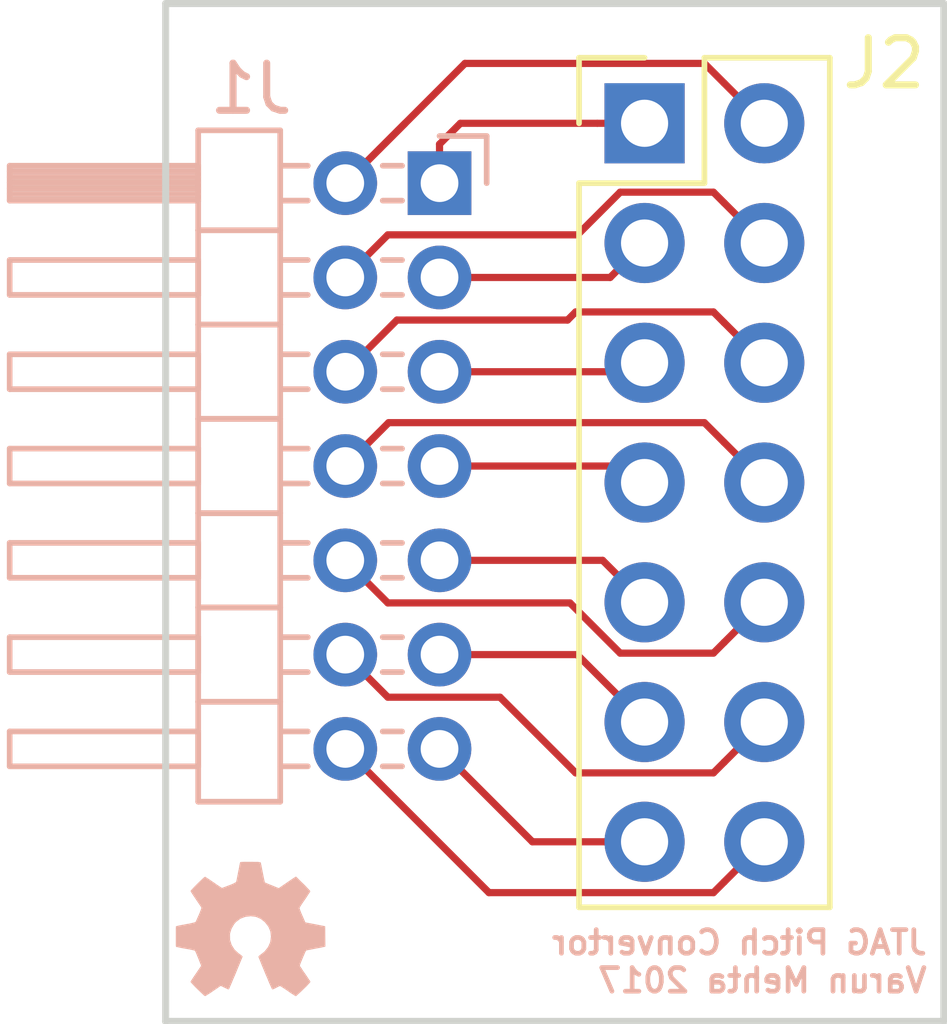
<source format=kicad_pcb>
(kicad_pcb (version 4) (host pcbnew 4.0.6)

  (general
    (links 0)
    (no_connects 0)
    (area 139.624999 102.794999 156.285001 124.535001)
    (thickness 1.6)
    (drawings 5)
    (tracks 53)
    (zones 0)
    (modules 3)
    (nets 15)
  )

  (page A)
  (layers
    (0 F.Cu signal)
    (31 B.Cu signal)
    (33 F.Adhes user)
    (35 F.Paste user)
    (36 B.SilkS user)
    (37 F.SilkS user)
    (38 B.Mask user)
    (39 F.Mask user)
    (44 Edge.Cuts user)
    (45 Margin user hide)
    (46 B.CrtYd user hide)
    (47 F.CrtYd user hide)
    (48 B.Fab user hide)
    (49 F.Fab user hide)
  )

  (setup
    (last_trace_width 0.1524)
    (trace_clearance 0.1524)
    (zone_clearance 0.508)
    (zone_45_only no)
    (trace_min 0.1524)
    (segment_width 0.2)
    (edge_width 0.15)
    (via_size 0.6858)
    (via_drill 0.3302)
    (via_min_size 0.6858)
    (via_min_drill 0.3302)
    (uvia_size 0.3)
    (uvia_drill 0.1)
    (uvias_allowed no)
    (uvia_min_size 0.2)
    (uvia_min_drill 0.1)
    (pcb_text_width 0.3)
    (pcb_text_size 1.5 1.5)
    (mod_edge_width 0.15)
    (mod_text_size 1 1)
    (mod_text_width 0.15)
    (pad_size 1.524 1.524)
    (pad_drill 0.762)
    (pad_to_mask_clearance 0.2)
    (aux_axis_origin 0 0)
    (visible_elements FFFFFF7F)
    (pcbplotparams
      (layerselection 0x00030_80000001)
      (usegerberextensions false)
      (excludeedgelayer true)
      (linewidth 0.100000)
      (plotframeref false)
      (viasonmask false)
      (mode 1)
      (useauxorigin false)
      (hpglpennumber 1)
      (hpglpenspeed 20)
      (hpglpendiameter 15)
      (hpglpenoverlay 2)
      (psnegative false)
      (psa4output false)
      (plotreference true)
      (plotvalue true)
      (plotinvisibletext false)
      (padsonsilk false)
      (subtractmaskfromsilk false)
      (outputformat 1)
      (mirror false)
      (drillshape 1)
      (scaleselection 1)
      (outputdirectory ""))
  )

  (net 0 "")
  (net 1 /j1)
  (net 2 /j2)
  (net 3 /j3)
  (net 4 /j4)
  (net 5 /j5)
  (net 6 /j6)
  (net 7 /j7)
  (net 8 /j8)
  (net 9 /j9)
  (net 10 /j10)
  (net 11 /j11)
  (net 12 /j12)
  (net 13 /j13)
  (net 14 /j14)

  (net_class Default "This is the default net class."
    (clearance 0.1524)
    (trace_width 0.1524)
    (via_dia 0.6858)
    (via_drill 0.3302)
    (uvia_dia 0.3)
    (uvia_drill 0.1)
    (add_net /j1)
    (add_net /j10)
    (add_net /j11)
    (add_net /j12)
    (add_net /j13)
    (add_net /j14)
    (add_net /j2)
    (add_net /j3)
    (add_net /j4)
    (add_net /j5)
    (add_net /j6)
    (add_net /j7)
    (add_net /j8)
    (add_net /j9)
  )

  (module Pin_Headers:Pin_Header_Angled_2x07_Pitch2.00mm (layer B.Cu) (tedit 5862ED57) (tstamp 599C43DC)
    (at 145.51 106.68 180)
    (descr "Through hole angled pin header, 2x07, 2.00mm pitch, 4mm pin length, double rows")
    (tags "Through hole angled pin header THT 2x07 2.00mm double row")
    (path /599C3E21)
    (fp_text reference J1 (at 4 2 180) (layer B.SilkS)
      (effects (font (size 1 1) (thickness 0.15)) (justify mirror))
    )
    (fp_text value CONN_02X07 (at 4 -14 180) (layer B.Fab)
      (effects (font (size 1 1) (thickness 0.15)) (justify mirror))
    )
    (fp_line (start 3.5 1) (end 3.5 -1) (layer B.Fab) (width 0.1))
    (fp_line (start 3.5 -1) (end 5 -1) (layer B.Fab) (width 0.1))
    (fp_line (start 5 -1) (end 5 1) (layer B.Fab) (width 0.1))
    (fp_line (start 5 1) (end 3.5 1) (layer B.Fab) (width 0.1))
    (fp_line (start 0 0.25) (end 0 -0.25) (layer B.Fab) (width 0.1))
    (fp_line (start 0 -0.25) (end 9 -0.25) (layer B.Fab) (width 0.1))
    (fp_line (start 9 -0.25) (end 9 0.25) (layer B.Fab) (width 0.1))
    (fp_line (start 9 0.25) (end 0 0.25) (layer B.Fab) (width 0.1))
    (fp_line (start 3.5 -1) (end 3.5 -3) (layer B.Fab) (width 0.1))
    (fp_line (start 3.5 -3) (end 5 -3) (layer B.Fab) (width 0.1))
    (fp_line (start 5 -3) (end 5 -1) (layer B.Fab) (width 0.1))
    (fp_line (start 5 -1) (end 3.5 -1) (layer B.Fab) (width 0.1))
    (fp_line (start 0 -1.75) (end 0 -2.25) (layer B.Fab) (width 0.1))
    (fp_line (start 0 -2.25) (end 9 -2.25) (layer B.Fab) (width 0.1))
    (fp_line (start 9 -2.25) (end 9 -1.75) (layer B.Fab) (width 0.1))
    (fp_line (start 9 -1.75) (end 0 -1.75) (layer B.Fab) (width 0.1))
    (fp_line (start 3.5 -3) (end 3.5 -5) (layer B.Fab) (width 0.1))
    (fp_line (start 3.5 -5) (end 5 -5) (layer B.Fab) (width 0.1))
    (fp_line (start 5 -5) (end 5 -3) (layer B.Fab) (width 0.1))
    (fp_line (start 5 -3) (end 3.5 -3) (layer B.Fab) (width 0.1))
    (fp_line (start 0 -3.75) (end 0 -4.25) (layer B.Fab) (width 0.1))
    (fp_line (start 0 -4.25) (end 9 -4.25) (layer B.Fab) (width 0.1))
    (fp_line (start 9 -4.25) (end 9 -3.75) (layer B.Fab) (width 0.1))
    (fp_line (start 9 -3.75) (end 0 -3.75) (layer B.Fab) (width 0.1))
    (fp_line (start 3.5 -5) (end 3.5 -7) (layer B.Fab) (width 0.1))
    (fp_line (start 3.5 -7) (end 5 -7) (layer B.Fab) (width 0.1))
    (fp_line (start 5 -7) (end 5 -5) (layer B.Fab) (width 0.1))
    (fp_line (start 5 -5) (end 3.5 -5) (layer B.Fab) (width 0.1))
    (fp_line (start 0 -5.75) (end 0 -6.25) (layer B.Fab) (width 0.1))
    (fp_line (start 0 -6.25) (end 9 -6.25) (layer B.Fab) (width 0.1))
    (fp_line (start 9 -6.25) (end 9 -5.75) (layer B.Fab) (width 0.1))
    (fp_line (start 9 -5.75) (end 0 -5.75) (layer B.Fab) (width 0.1))
    (fp_line (start 3.5 -7) (end 3.5 -9) (layer B.Fab) (width 0.1))
    (fp_line (start 3.5 -9) (end 5 -9) (layer B.Fab) (width 0.1))
    (fp_line (start 5 -9) (end 5 -7) (layer B.Fab) (width 0.1))
    (fp_line (start 5 -7) (end 3.5 -7) (layer B.Fab) (width 0.1))
    (fp_line (start 0 -7.75) (end 0 -8.25) (layer B.Fab) (width 0.1))
    (fp_line (start 0 -8.25) (end 9 -8.25) (layer B.Fab) (width 0.1))
    (fp_line (start 9 -8.25) (end 9 -7.75) (layer B.Fab) (width 0.1))
    (fp_line (start 9 -7.75) (end 0 -7.75) (layer B.Fab) (width 0.1))
    (fp_line (start 3.5 -9) (end 3.5 -11) (layer B.Fab) (width 0.1))
    (fp_line (start 3.5 -11) (end 5 -11) (layer B.Fab) (width 0.1))
    (fp_line (start 5 -11) (end 5 -9) (layer B.Fab) (width 0.1))
    (fp_line (start 5 -9) (end 3.5 -9) (layer B.Fab) (width 0.1))
    (fp_line (start 0 -9.75) (end 0 -10.25) (layer B.Fab) (width 0.1))
    (fp_line (start 0 -10.25) (end 9 -10.25) (layer B.Fab) (width 0.1))
    (fp_line (start 9 -10.25) (end 9 -9.75) (layer B.Fab) (width 0.1))
    (fp_line (start 9 -9.75) (end 0 -9.75) (layer B.Fab) (width 0.1))
    (fp_line (start 3.5 -11) (end 3.5 -13) (layer B.Fab) (width 0.1))
    (fp_line (start 3.5 -13) (end 5 -13) (layer B.Fab) (width 0.1))
    (fp_line (start 5 -13) (end 5 -11) (layer B.Fab) (width 0.1))
    (fp_line (start 5 -11) (end 3.5 -11) (layer B.Fab) (width 0.1))
    (fp_line (start 0 -11.75) (end 0 -12.25) (layer B.Fab) (width 0.1))
    (fp_line (start 0 -12.25) (end 9 -12.25) (layer B.Fab) (width 0.1))
    (fp_line (start 9 -12.25) (end 9 -11.75) (layer B.Fab) (width 0.1))
    (fp_line (start 9 -11.75) (end 0 -11.75) (layer B.Fab) (width 0.1))
    (fp_line (start 3.38 1.12) (end 3.38 -1) (layer B.SilkS) (width 0.12))
    (fp_line (start 3.38 -1) (end 5.12 -1) (layer B.SilkS) (width 0.12))
    (fp_line (start 5.12 -1) (end 5.12 1.12) (layer B.SilkS) (width 0.12))
    (fp_line (start 5.12 1.12) (end 3.38 1.12) (layer B.SilkS) (width 0.12))
    (fp_line (start 5.12 0.37) (end 5.12 -0.37) (layer B.SilkS) (width 0.12))
    (fp_line (start 5.12 -0.37) (end 9.12 -0.37) (layer B.SilkS) (width 0.12))
    (fp_line (start 9.12 -0.37) (end 9.12 0.37) (layer B.SilkS) (width 0.12))
    (fp_line (start 9.12 0.37) (end 5.12 0.37) (layer B.SilkS) (width 0.12))
    (fp_line (start 2.795 0.37) (end 3.38 0.37) (layer B.SilkS) (width 0.12))
    (fp_line (start 2.795 -0.37) (end 3.38 -0.37) (layer B.SilkS) (width 0.12))
    (fp_line (start 0.795 0.37) (end 1.205 0.37) (layer B.SilkS) (width 0.12))
    (fp_line (start 0.795 -0.37) (end 1.205 -0.37) (layer B.SilkS) (width 0.12))
    (fp_line (start 5.12 0.25) (end 9.12 0.25) (layer B.SilkS) (width 0.12))
    (fp_line (start 5.12 0.13) (end 9.12 0.13) (layer B.SilkS) (width 0.12))
    (fp_line (start 5.12 0.01) (end 9.12 0.01) (layer B.SilkS) (width 0.12))
    (fp_line (start 5.12 -0.11) (end 9.12 -0.11) (layer B.SilkS) (width 0.12))
    (fp_line (start 5.12 -0.23) (end 9.12 -0.23) (layer B.SilkS) (width 0.12))
    (fp_line (start 5.12 -0.35) (end 9.12 -0.35) (layer B.SilkS) (width 0.12))
    (fp_line (start 3.38 -1) (end 3.38 -3) (layer B.SilkS) (width 0.12))
    (fp_line (start 3.38 -3) (end 5.12 -3) (layer B.SilkS) (width 0.12))
    (fp_line (start 5.12 -3) (end 5.12 -1) (layer B.SilkS) (width 0.12))
    (fp_line (start 5.12 -1) (end 3.38 -1) (layer B.SilkS) (width 0.12))
    (fp_line (start 5.12 -1.63) (end 5.12 -2.37) (layer B.SilkS) (width 0.12))
    (fp_line (start 5.12 -2.37) (end 9.12 -2.37) (layer B.SilkS) (width 0.12))
    (fp_line (start 9.12 -2.37) (end 9.12 -1.63) (layer B.SilkS) (width 0.12))
    (fp_line (start 9.12 -1.63) (end 5.12 -1.63) (layer B.SilkS) (width 0.12))
    (fp_line (start 2.795 -1.63) (end 3.38 -1.63) (layer B.SilkS) (width 0.12))
    (fp_line (start 2.795 -2.37) (end 3.38 -2.37) (layer B.SilkS) (width 0.12))
    (fp_line (start 0.795 -1.63) (end 1.205 -1.63) (layer B.SilkS) (width 0.12))
    (fp_line (start 0.795 -2.37) (end 1.205 -2.37) (layer B.SilkS) (width 0.12))
    (fp_line (start 3.38 -3) (end 3.38 -5) (layer B.SilkS) (width 0.12))
    (fp_line (start 3.38 -5) (end 5.12 -5) (layer B.SilkS) (width 0.12))
    (fp_line (start 5.12 -5) (end 5.12 -3) (layer B.SilkS) (width 0.12))
    (fp_line (start 5.12 -3) (end 3.38 -3) (layer B.SilkS) (width 0.12))
    (fp_line (start 5.12 -3.63) (end 5.12 -4.37) (layer B.SilkS) (width 0.12))
    (fp_line (start 5.12 -4.37) (end 9.12 -4.37) (layer B.SilkS) (width 0.12))
    (fp_line (start 9.12 -4.37) (end 9.12 -3.63) (layer B.SilkS) (width 0.12))
    (fp_line (start 9.12 -3.63) (end 5.12 -3.63) (layer B.SilkS) (width 0.12))
    (fp_line (start 2.795 -3.63) (end 3.38 -3.63) (layer B.SilkS) (width 0.12))
    (fp_line (start 2.795 -4.37) (end 3.38 -4.37) (layer B.SilkS) (width 0.12))
    (fp_line (start 0.795 -3.63) (end 1.205 -3.63) (layer B.SilkS) (width 0.12))
    (fp_line (start 0.795 -4.37) (end 1.205 -4.37) (layer B.SilkS) (width 0.12))
    (fp_line (start 3.38 -5) (end 3.38 -7) (layer B.SilkS) (width 0.12))
    (fp_line (start 3.38 -7) (end 5.12 -7) (layer B.SilkS) (width 0.12))
    (fp_line (start 5.12 -7) (end 5.12 -5) (layer B.SilkS) (width 0.12))
    (fp_line (start 5.12 -5) (end 3.38 -5) (layer B.SilkS) (width 0.12))
    (fp_line (start 5.12 -5.63) (end 5.12 -6.37) (layer B.SilkS) (width 0.12))
    (fp_line (start 5.12 -6.37) (end 9.12 -6.37) (layer B.SilkS) (width 0.12))
    (fp_line (start 9.12 -6.37) (end 9.12 -5.63) (layer B.SilkS) (width 0.12))
    (fp_line (start 9.12 -5.63) (end 5.12 -5.63) (layer B.SilkS) (width 0.12))
    (fp_line (start 2.795 -5.63) (end 3.38 -5.63) (layer B.SilkS) (width 0.12))
    (fp_line (start 2.795 -6.37) (end 3.38 -6.37) (layer B.SilkS) (width 0.12))
    (fp_line (start 0.795 -5.63) (end 1.205 -5.63) (layer B.SilkS) (width 0.12))
    (fp_line (start 0.795 -6.37) (end 1.205 -6.37) (layer B.SilkS) (width 0.12))
    (fp_line (start 3.38 -7) (end 3.38 -9) (layer B.SilkS) (width 0.12))
    (fp_line (start 3.38 -9) (end 5.12 -9) (layer B.SilkS) (width 0.12))
    (fp_line (start 5.12 -9) (end 5.12 -7) (layer B.SilkS) (width 0.12))
    (fp_line (start 5.12 -7) (end 3.38 -7) (layer B.SilkS) (width 0.12))
    (fp_line (start 5.12 -7.63) (end 5.12 -8.37) (layer B.SilkS) (width 0.12))
    (fp_line (start 5.12 -8.37) (end 9.12 -8.37) (layer B.SilkS) (width 0.12))
    (fp_line (start 9.12 -8.37) (end 9.12 -7.63) (layer B.SilkS) (width 0.12))
    (fp_line (start 9.12 -7.63) (end 5.12 -7.63) (layer B.SilkS) (width 0.12))
    (fp_line (start 2.795 -7.63) (end 3.38 -7.63) (layer B.SilkS) (width 0.12))
    (fp_line (start 2.795 -8.37) (end 3.38 -8.37) (layer B.SilkS) (width 0.12))
    (fp_line (start 0.795 -7.63) (end 1.205 -7.63) (layer B.SilkS) (width 0.12))
    (fp_line (start 0.795 -8.37) (end 1.205 -8.37) (layer B.SilkS) (width 0.12))
    (fp_line (start 3.38 -9) (end 3.38 -11) (layer B.SilkS) (width 0.12))
    (fp_line (start 3.38 -11) (end 5.12 -11) (layer B.SilkS) (width 0.12))
    (fp_line (start 5.12 -11) (end 5.12 -9) (layer B.SilkS) (width 0.12))
    (fp_line (start 5.12 -9) (end 3.38 -9) (layer B.SilkS) (width 0.12))
    (fp_line (start 5.12 -9.63) (end 5.12 -10.37) (layer B.SilkS) (width 0.12))
    (fp_line (start 5.12 -10.37) (end 9.12 -10.37) (layer B.SilkS) (width 0.12))
    (fp_line (start 9.12 -10.37) (end 9.12 -9.63) (layer B.SilkS) (width 0.12))
    (fp_line (start 9.12 -9.63) (end 5.12 -9.63) (layer B.SilkS) (width 0.12))
    (fp_line (start 2.795 -9.63) (end 3.38 -9.63) (layer B.SilkS) (width 0.12))
    (fp_line (start 2.795 -10.37) (end 3.38 -10.37) (layer B.SilkS) (width 0.12))
    (fp_line (start 0.795 -9.63) (end 1.205 -9.63) (layer B.SilkS) (width 0.12))
    (fp_line (start 0.795 -10.37) (end 1.205 -10.37) (layer B.SilkS) (width 0.12))
    (fp_line (start 3.38 -11) (end 3.38 -13.12) (layer B.SilkS) (width 0.12))
    (fp_line (start 3.38 -13.12) (end 5.12 -13.12) (layer B.SilkS) (width 0.12))
    (fp_line (start 5.12 -13.12) (end 5.12 -11) (layer B.SilkS) (width 0.12))
    (fp_line (start 5.12 -11) (end 3.38 -11) (layer B.SilkS) (width 0.12))
    (fp_line (start 5.12 -11.63) (end 5.12 -12.37) (layer B.SilkS) (width 0.12))
    (fp_line (start 5.12 -12.37) (end 9.12 -12.37) (layer B.SilkS) (width 0.12))
    (fp_line (start 9.12 -12.37) (end 9.12 -11.63) (layer B.SilkS) (width 0.12))
    (fp_line (start 9.12 -11.63) (end 5.12 -11.63) (layer B.SilkS) (width 0.12))
    (fp_line (start 2.795 -11.63) (end 3.38 -11.63) (layer B.SilkS) (width 0.12))
    (fp_line (start 2.795 -12.37) (end 3.38 -12.37) (layer B.SilkS) (width 0.12))
    (fp_line (start 0.795 -11.63) (end 1.205 -11.63) (layer B.SilkS) (width 0.12))
    (fp_line (start 0.795 -12.37) (end 1.205 -12.37) (layer B.SilkS) (width 0.12))
    (fp_line (start -1 0) (end -1 1) (layer B.SilkS) (width 0.12))
    (fp_line (start -1 1) (end 0 1) (layer B.SilkS) (width 0.12))
    (fp_line (start -1.3 1.3) (end -1.3 -13.3) (layer B.CrtYd) (width 0.05))
    (fp_line (start -1.3 -13.3) (end 9.3 -13.3) (layer B.CrtYd) (width 0.05))
    (fp_line (start 9.3 -13.3) (end 9.3 1.3) (layer B.CrtYd) (width 0.05))
    (fp_line (start 9.3 1.3) (end -1.3 1.3) (layer B.CrtYd) (width 0.05))
    (pad 1 thru_hole rect (at 0 0 180) (size 1.35 1.35) (drill 0.8) (layers *.Cu *.Mask)
      (net 1 /j1))
    (pad 2 thru_hole oval (at 2 0 180) (size 1.35 1.35) (drill 0.8) (layers *.Cu *.Mask)
      (net 2 /j2))
    (pad 3 thru_hole oval (at 0 -2 180) (size 1.35 1.35) (drill 0.8) (layers *.Cu *.Mask)
      (net 3 /j3))
    (pad 4 thru_hole oval (at 2 -2 180) (size 1.35 1.35) (drill 0.8) (layers *.Cu *.Mask)
      (net 4 /j4))
    (pad 5 thru_hole oval (at 0 -4 180) (size 1.35 1.35) (drill 0.8) (layers *.Cu *.Mask)
      (net 5 /j5))
    (pad 6 thru_hole oval (at 2 -4 180) (size 1.35 1.35) (drill 0.8) (layers *.Cu *.Mask)
      (net 6 /j6))
    (pad 7 thru_hole oval (at 0 -6 180) (size 1.35 1.35) (drill 0.8) (layers *.Cu *.Mask)
      (net 7 /j7))
    (pad 8 thru_hole oval (at 2 -6 180) (size 1.35 1.35) (drill 0.8) (layers *.Cu *.Mask)
      (net 8 /j8))
    (pad 9 thru_hole oval (at 0 -8 180) (size 1.35 1.35) (drill 0.8) (layers *.Cu *.Mask)
      (net 9 /j9))
    (pad 10 thru_hole oval (at 2 -8 180) (size 1.35 1.35) (drill 0.8) (layers *.Cu *.Mask)
      (net 10 /j10))
    (pad 11 thru_hole oval (at 0 -10 180) (size 1.35 1.35) (drill 0.8) (layers *.Cu *.Mask)
      (net 11 /j11))
    (pad 12 thru_hole oval (at 2 -10 180) (size 1.35 1.35) (drill 0.8) (layers *.Cu *.Mask)
      (net 12 /j12))
    (pad 13 thru_hole oval (at 0 -12 180) (size 1.35 1.35) (drill 0.8) (layers *.Cu *.Mask)
      (net 13 /j13))
    (pad 14 thru_hole oval (at 2 -12 180) (size 1.35 1.35) (drill 0.8) (layers *.Cu *.Mask)
      (net 14 /j14))
    (model Pin_Headers.3dshapes/Pin_Header_Angled_2x07_Pitch2.00mm.wrl
      (at (xyz 0.03937 -0.23622 0))
      (scale (xyz 1 1 1))
      (rotate (xyz 0 0 90))
    )
  )

  (module Pin_Headers:Pin_Header_Straight_2x07_Pitch2.54mm (layer F.Cu) (tedit 5862ED53) (tstamp 599C43EE)
    (at 149.86 105.41)
    (descr "Through hole straight pin header, 2x07, 2.54mm pitch, double rows")
    (tags "Through hole pin header THT 2x07 2.54mm double row")
    (path /599C3ED0)
    (fp_text reference J2 (at 5.08 -1.27) (layer F.SilkS)
      (effects (font (size 1 1) (thickness 0.15)))
    )
    (fp_text value CONN_02X07 (at 1.27 17.63) (layer F.Fab)
      (effects (font (size 1 1) (thickness 0.15)))
    )
    (fp_line (start -1.27 -1.27) (end -1.27 16.51) (layer F.Fab) (width 0.1))
    (fp_line (start -1.27 16.51) (end 3.81 16.51) (layer F.Fab) (width 0.1))
    (fp_line (start 3.81 16.51) (end 3.81 -1.27) (layer F.Fab) (width 0.1))
    (fp_line (start 3.81 -1.27) (end -1.27 -1.27) (layer F.Fab) (width 0.1))
    (fp_line (start -1.39 1.27) (end -1.39 16.63) (layer F.SilkS) (width 0.12))
    (fp_line (start -1.39 16.63) (end 3.93 16.63) (layer F.SilkS) (width 0.12))
    (fp_line (start 3.93 16.63) (end 3.93 -1.39) (layer F.SilkS) (width 0.12))
    (fp_line (start 3.93 -1.39) (end 1.27 -1.39) (layer F.SilkS) (width 0.12))
    (fp_line (start 1.27 -1.39) (end 1.27 1.27) (layer F.SilkS) (width 0.12))
    (fp_line (start 1.27 1.27) (end -1.39 1.27) (layer F.SilkS) (width 0.12))
    (fp_line (start -1.39 0) (end -1.39 -1.39) (layer F.SilkS) (width 0.12))
    (fp_line (start -1.39 -1.39) (end 0 -1.39) (layer F.SilkS) (width 0.12))
    (fp_line (start -1.6 -1.6) (end -1.6 16.8) (layer F.CrtYd) (width 0.05))
    (fp_line (start -1.6 16.8) (end 4.1 16.8) (layer F.CrtYd) (width 0.05))
    (fp_line (start 4.1 16.8) (end 4.1 -1.6) (layer F.CrtYd) (width 0.05))
    (fp_line (start 4.1 -1.6) (end -1.6 -1.6) (layer F.CrtYd) (width 0.05))
    (pad 1 thru_hole rect (at 0 0) (size 1.7 1.7) (drill 1) (layers *.Cu *.Mask)
      (net 1 /j1))
    (pad 2 thru_hole oval (at 2.54 0) (size 1.7 1.7) (drill 1) (layers *.Cu *.Mask)
      (net 2 /j2))
    (pad 3 thru_hole oval (at 0 2.54) (size 1.7 1.7) (drill 1) (layers *.Cu *.Mask)
      (net 3 /j3))
    (pad 4 thru_hole oval (at 2.54 2.54) (size 1.7 1.7) (drill 1) (layers *.Cu *.Mask)
      (net 4 /j4))
    (pad 5 thru_hole oval (at 0 5.08) (size 1.7 1.7) (drill 1) (layers *.Cu *.Mask)
      (net 5 /j5))
    (pad 6 thru_hole oval (at 2.54 5.08) (size 1.7 1.7) (drill 1) (layers *.Cu *.Mask)
      (net 6 /j6))
    (pad 7 thru_hole oval (at 0 7.62) (size 1.7 1.7) (drill 1) (layers *.Cu *.Mask)
      (net 7 /j7))
    (pad 8 thru_hole oval (at 2.54 7.62) (size 1.7 1.7) (drill 1) (layers *.Cu *.Mask)
      (net 8 /j8))
    (pad 9 thru_hole oval (at 0 10.16) (size 1.7 1.7) (drill 1) (layers *.Cu *.Mask)
      (net 9 /j9))
    (pad 10 thru_hole oval (at 2.54 10.16) (size 1.7 1.7) (drill 1) (layers *.Cu *.Mask)
      (net 10 /j10))
    (pad 11 thru_hole oval (at 0 12.7) (size 1.7 1.7) (drill 1) (layers *.Cu *.Mask)
      (net 11 /j11))
    (pad 12 thru_hole oval (at 2.54 12.7) (size 1.7 1.7) (drill 1) (layers *.Cu *.Mask)
      (net 12 /j12))
    (pad 13 thru_hole oval (at 0 15.24) (size 1.7 1.7) (drill 1) (layers *.Cu *.Mask)
      (net 13 /j13))
    (pad 14 thru_hole oval (at 2.54 15.24) (size 1.7 1.7) (drill 1) (layers *.Cu *.Mask)
      (net 14 /j14))
    (model Pin_Headers.3dshapes/Pin_Header_Straight_2x07_Pitch2.54mm.wrl
      (at (xyz 0.05 -0.3 0))
      (scale (xyz 1 1 1))
      (rotate (xyz 0 0 90))
    )
  )

  (module silkscreens:OSH_0.125in (layer B.Cu) (tedit 599C568F) (tstamp 599C56F4)
    (at 141.5 122.5 180)
    (fp_text reference G*** (at 0 -1.68402 180) (layer B.SilkS) hide
      (effects (font (size 0.14478 0.14478) (thickness 0.02794)) (justify mirror))
    )
    (fp_text value OSH_0.125in (at 0 1.68402 180) (layer B.SilkS) hide
      (effects (font (size 0.14478 0.14478) (thickness 0.02794)) (justify mirror))
    )
    (fp_poly (pts (xy -0.96266 -1.42494) (xy -0.94488 -1.41732) (xy -0.90678 -1.39192) (xy -0.85344 -1.3589)
      (xy -0.79248 -1.31572) (xy -0.72898 -1.27254) (xy -0.67818 -1.23952) (xy -0.64008 -1.21666)
      (xy -0.62484 -1.2065) (xy -0.61722 -1.21158) (xy -0.58674 -1.22428) (xy -0.54356 -1.24714)
      (xy -0.5207 -1.25984) (xy -0.48006 -1.27762) (xy -0.45974 -1.28016) (xy -0.4572 -1.27508)
      (xy -0.44196 -1.2446) (xy -0.4191 -1.1938) (xy -0.38862 -1.12522) (xy -0.3556 -1.04394)
      (xy -0.3175 -0.95758) (xy -0.28194 -0.86868) (xy -0.24638 -0.78486) (xy -0.2159 -0.70866)
      (xy -0.1905 -0.64516) (xy -0.17272 -0.60198) (xy -0.16764 -0.5842) (xy -0.17018 -0.58166)
      (xy -0.1905 -0.56134) (xy -0.22352 -0.53594) (xy -0.29972 -0.47498) (xy -0.37338 -0.381)
      (xy -0.4191 -0.27686) (xy -0.43434 -0.16002) (xy -0.42164 -0.0508) (xy -0.37846 0.0508)
      (xy -0.3048 0.14478) (xy -0.21844 0.21336) (xy -0.1143 0.25908) (xy 0 0.27178)
      (xy 0.10922 0.25908) (xy 0.2159 0.21844) (xy 0.30988 0.14732) (xy 0.34798 0.1016)
      (xy 0.40386 0.00508) (xy 0.43434 -0.09398) (xy 0.43688 -0.11938) (xy 0.43434 -0.23114)
      (xy 0.40132 -0.33782) (xy 0.34036 -0.43434) (xy 0.25908 -0.51054) (xy 0.24892 -0.51816)
      (xy 0.21082 -0.5461) (xy 0.18542 -0.56642) (xy 0.16764 -0.5842) (xy 0.30734 -0.92456)
      (xy 0.3302 -0.98044) (xy 0.37084 -1.07188) (xy 0.40386 -1.15316) (xy 0.4318 -1.21666)
      (xy 0.44958 -1.25984) (xy 0.45974 -1.27762) (xy 0.45974 -1.27762) (xy 0.47244 -1.28016)
      (xy 0.49784 -1.27) (xy 0.5461 -1.24714) (xy 0.57658 -1.2319) (xy 0.61468 -1.21412)
      (xy 0.62992 -1.2065) (xy 0.64516 -1.21412) (xy 0.67818 -1.23698) (xy 0.72898 -1.27254)
      (xy 0.78994 -1.31318) (xy 0.84836 -1.35382) (xy 0.9017 -1.38684) (xy 0.94234 -1.41224)
      (xy 0.96012 -1.4224) (xy 0.96266 -1.4224) (xy 0.98044 -1.41478) (xy 1.01092 -1.38684)
      (xy 1.05664 -1.34366) (xy 1.12268 -1.28016) (xy 1.13284 -1.27) (xy 1.18872 -1.21412)
      (xy 1.2319 -1.1684) (xy 1.26238 -1.13538) (xy 1.27254 -1.12014) (xy 1.27254 -1.12014)
      (xy 1.26238 -1.10236) (xy 1.23698 -1.06172) (xy 1.20142 -1.00838) (xy 1.15824 -0.94488)
      (xy 1.04648 -0.77978) (xy 1.10744 -0.62484) (xy 1.12776 -0.57658) (xy 1.15062 -0.5207)
      (xy 1.1684 -0.48006) (xy 1.17856 -0.45974) (xy 1.19634 -0.45466) (xy 1.23698 -0.4445)
      (xy 1.29794 -0.4318) (xy 1.3716 -0.4191) (xy 1.44272 -0.4064) (xy 1.50622 -0.3937)
      (xy 1.55194 -0.38354) (xy 1.57226 -0.381) (xy 1.57734 -0.37846) (xy 1.57988 -0.3683)
      (xy 1.58496 -0.34544) (xy 1.58496 -0.30734) (xy 1.58496 -0.24638) (xy 1.58496 -0.16002)
      (xy 1.58496 -0.14986) (xy 1.58496 -0.06604) (xy 1.58496 0) (xy 1.58242 0.04064)
      (xy 1.57988 0.05842) (xy 1.57734 0.05842) (xy 1.55956 0.0635) (xy 1.51384 0.07366)
      (xy 1.45034 0.08636) (xy 1.37668 0.09906) (xy 1.3716 0.1016) (xy 1.2954 0.1143)
      (xy 1.2319 0.12954) (xy 1.18872 0.1397) (xy 1.17094 0.14478) (xy 1.16586 0.14986)
      (xy 1.15062 0.1778) (xy 1.1303 0.22606) (xy 1.1049 0.28194) (xy 1.0795 0.34036)
      (xy 1.05918 0.3937) (xy 1.04394 0.43434) (xy 1.0414 0.45212) (xy 1.0414 0.45212)
      (xy 1.05156 0.4699) (xy 1.07696 0.508) (xy 1.11506 0.56388) (xy 1.15824 0.62738)
      (xy 1.16078 0.63246) (xy 1.20396 0.69596) (xy 1.23952 0.7493) (xy 1.26238 0.7874)
      (xy 1.27254 0.80518) (xy 1.27254 0.80518) (xy 1.2573 0.8255) (xy 1.22428 0.86106)
      (xy 1.17856 0.90932) (xy 1.12268 0.9652) (xy 1.1049 0.98298) (xy 1.04394 1.0414)
      (xy 1.00076 1.08204) (xy 0.97536 1.10236) (xy 0.96266 1.10744) (xy 0.96012 1.10744)
      (xy 0.94234 1.09474) (xy 0.9017 1.06934) (xy 0.84836 1.03378) (xy 0.78232 0.98806)
      (xy 0.77724 0.98552) (xy 0.71628 0.94234) (xy 0.66294 0.90678) (xy 0.62484 0.88138)
      (xy 0.60706 0.87122) (xy 0.60452 0.87122) (xy 0.57912 0.87884) (xy 0.5334 0.89662)
      (xy 0.48006 0.91694) (xy 0.4191 0.9398) (xy 0.36576 0.96266) (xy 0.32766 0.98298)
      (xy 0.30734 0.99314) (xy 0.30734 0.99314) (xy 0.29972 1.016) (xy 0.28956 1.06426)
      (xy 0.27686 1.12776) (xy 0.26162 1.2065) (xy 0.25908 1.2192) (xy 0.24384 1.2954)
      (xy 0.23368 1.35636) (xy 0.22352 1.39954) (xy 0.21844 1.41732) (xy 0.20828 1.41986)
      (xy 0.17272 1.4224) (xy 0.1143 1.42494) (xy 0.04826 1.42494) (xy -0.02286 1.42494)
      (xy -0.09398 1.4224) (xy -0.1524 1.4224) (xy -0.19558 1.41732) (xy -0.21336 1.41478)
      (xy -0.21336 1.41478) (xy -0.22098 1.38938) (xy -0.23114 1.34366) (xy -0.24384 1.27762)
      (xy -0.25908 1.19888) (xy -0.26162 1.18618) (xy -0.27686 1.10998) (xy -0.28956 1.04902)
      (xy -0.29972 1.00584) (xy -0.30226 0.98806) (xy -0.30988 0.98552) (xy -0.34036 0.97282)
      (xy -0.39116 0.94996) (xy -0.45466 0.92456) (xy -0.59944 0.86614) (xy -0.77724 0.98806)
      (xy -0.79502 1.00076) (xy -0.85852 1.04394) (xy -0.91186 1.0795) (xy -0.94742 1.10236)
      (xy -0.96266 1.10998) (xy -0.9652 1.10998) (xy -0.98298 1.09474) (xy -1.016 1.06172)
      (xy -1.06426 1.01346) (xy -1.12268 0.95758) (xy -1.16332 0.91694) (xy -1.21158 0.86614)
      (xy -1.24206 0.83312) (xy -1.25984 0.8128) (xy -1.26746 0.8001) (xy -1.26492 0.78994)
      (xy -1.25222 0.77216) (xy -1.22682 0.73406) (xy -1.19126 0.67818) (xy -1.14808 0.61468)
      (xy -1.11252 0.56388) (xy -1.07188 0.50292) (xy -1.04648 0.45974) (xy -1.03886 0.43942)
      (xy -1.0414 0.4318) (xy -1.0541 0.39624) (xy -1.07442 0.3429) (xy -1.10236 0.2794)
      (xy -1.16332 0.1397) (xy -1.25476 0.12192) (xy -1.31064 0.11176) (xy -1.38938 0.09652)
      (xy -1.46558 0.08128) (xy -1.58242 0.05842) (xy -1.5875 -0.37084) (xy -1.56718 -0.37846)
      (xy -1.55194 -0.381) (xy -1.50876 -0.39116) (xy -1.44526 -0.40386) (xy -1.3716 -0.41656)
      (xy -1.31064 -0.42926) (xy -1.24714 -0.44196) (xy -1.20142 -0.44958) (xy -1.18364 -0.45466)
      (xy -1.17856 -0.45974) (xy -1.16078 -0.49022) (xy -1.14046 -0.53848) (xy -1.11506 -0.5969)
      (xy -1.08966 -0.65786) (xy -1.0668 -0.71374) (xy -1.05156 -0.75692) (xy -1.04648 -0.77724)
      (xy -1.0541 -0.79502) (xy -1.0795 -0.83058) (xy -1.11252 -0.88392) (xy -1.1557 -0.94488)
      (xy -1.19888 -1.00838) (xy -1.23444 -1.06172) (xy -1.25984 -1.09982) (xy -1.27 -1.1176)
      (xy -1.26492 -1.1303) (xy -1.23952 -1.15824) (xy -1.1938 -1.20904) (xy -1.12268 -1.27762)
      (xy -1.11252 -1.28778) (xy -1.05664 -1.34112) (xy -1.00838 -1.3843) (xy -0.97536 -1.41478)
      (xy -0.96266 -1.42494)) (layer B.SilkS) (width 0.00254))
  )

  (gr_text "JTAG Pitch Convertor\nVarun Mehta 2017" (at 155.9 123.19) (layer B.SilkS)
    (effects (font (size 0.5 0.5) (thickness 0.1)) (justify left mirror))
  )
  (gr_line (start 156.21 102.87) (end 139.7 102.87) (layer Edge.Cuts) (width 0.15))
  (gr_line (start 156.21 124.46) (end 156.21 102.87) (layer Edge.Cuts) (width 0.15))
  (gr_line (start 139.7 124.46) (end 156.21 124.46) (layer Edge.Cuts) (width 0.15))
  (gr_line (start 139.7 102.87) (end 139.7 124.46) (layer Edge.Cuts) (width 0.15))

  (segment (start 145.51 106.68) (end 145.51 105.8526) (width 0.1524) (layer F.Cu) (net 1))
  (segment (start 145.51 105.8526) (end 145.9526 105.41) (width 0.1524) (layer F.Cu) (net 1))
  (segment (start 148.8576 105.41) (end 149.86 105.41) (width 0.1524) (layer F.Cu) (net 1))
  (segment (start 145.9526 105.41) (end 148.8576 105.41) (width 0.1524) (layer F.Cu) (net 1))
  (segment (start 143.51 106.68) (end 146.05 104.14) (width 0.1524) (layer F.Cu) (net 2))
  (segment (start 151.550001 104.560001) (end 152.4 105.41) (width 0.1524) (layer F.Cu) (net 2))
  (segment (start 146.05 104.14) (end 151.13 104.14) (width 0.1524) (layer F.Cu) (net 2))
  (segment (start 151.13 104.14) (end 151.550001 104.560001) (width 0.1524) (layer F.Cu) (net 2))
  (segment (start 143.51 106.68) (end 144.78 105.41) (width 0.1524) (layer F.Cu) (net 2))
  (segment (start 145.51 108.68) (end 149.13 108.68) (width 0.1524) (layer F.Cu) (net 3))
  (segment (start 149.13 108.68) (end 149.86 107.95) (width 0.1524) (layer F.Cu) (net 3))
  (segment (start 143.51 108.68) (end 144.413601 107.776399) (width 0.1524) (layer F.Cu) (net 4))
  (segment (start 148.437271 107.776399) (end 149.342271 106.871399) (width 0.1524) (layer F.Cu) (net 4))
  (segment (start 144.413601 107.776399) (end 148.437271 107.776399) (width 0.1524) (layer F.Cu) (net 4))
  (segment (start 149.342271 106.871399) (end 151.321399 106.871399) (width 0.1524) (layer F.Cu) (net 4))
  (segment (start 151.321399 106.871399) (end 151.550001 107.100001) (width 0.1524) (layer F.Cu) (net 4))
  (segment (start 151.550001 107.100001) (end 152.4 107.95) (width 0.1524) (layer F.Cu) (net 4))
  (segment (start 145.51 110.68) (end 149.67 110.68) (width 0.1524) (layer F.Cu) (net 5))
  (segment (start 149.67 110.68) (end 149.86 110.49) (width 0.1524) (layer F.Cu) (net 5))
  (segment (start 148.226399 109.583601) (end 148.398601 109.411399) (width 0.1524) (layer F.Cu) (net 6))
  (segment (start 148.398601 109.411399) (end 151.321399 109.411399) (width 0.1524) (layer F.Cu) (net 6))
  (segment (start 144.606399 109.583601) (end 148.226399 109.583601) (width 0.1524) (layer F.Cu) (net 6))
  (segment (start 143.51 110.68) (end 144.606399 109.583601) (width 0.1524) (layer F.Cu) (net 6))
  (segment (start 151.321399 109.411399) (end 151.550001 109.640001) (width 0.1524) (layer F.Cu) (net 6))
  (segment (start 151.550001 109.640001) (end 152.4 110.49) (width 0.1524) (layer F.Cu) (net 6))
  (segment (start 145.51 112.68) (end 149.51 112.68) (width 0.1524) (layer F.Cu) (net 7))
  (segment (start 149.51 112.68) (end 149.86 113.03) (width 0.1524) (layer F.Cu) (net 7))
  (segment (start 143.51 112.68) (end 144.43 111.76) (width 0.1524) (layer F.Cu) (net 8))
  (segment (start 144.43 111.76) (end 151.13 111.76) (width 0.1524) (layer F.Cu) (net 8))
  (segment (start 151.13 111.76) (end 151.550001 112.180001) (width 0.1524) (layer F.Cu) (net 8))
  (segment (start 151.550001 112.180001) (end 152.4 113.03) (width 0.1524) (layer F.Cu) (net 8))
  (segment (start 145.51 114.68) (end 148.97 114.68) (width 0.1524) (layer F.Cu) (net 9))
  (segment (start 148.97 114.68) (end 149.86 115.57) (width 0.1524) (layer F.Cu) (net 9))
  (segment (start 143.51 114.68) (end 144.413601 115.583601) (width 0.1524) (layer F.Cu) (net 10))
  (segment (start 144.413601 115.583601) (end 148.277271 115.583601) (width 0.1524) (layer F.Cu) (net 10))
  (segment (start 148.277271 115.583601) (end 149.342271 116.648601) (width 0.1524) (layer F.Cu) (net 10))
  (segment (start 149.342271 116.648601) (end 151.321399 116.648601) (width 0.1524) (layer F.Cu) (net 10))
  (segment (start 151.321399 116.648601) (end 151.550001 116.419999) (width 0.1524) (layer F.Cu) (net 10))
  (segment (start 151.550001 116.419999) (end 152.4 115.57) (width 0.1524) (layer F.Cu) (net 10))
  (segment (start 145.51 116.68) (end 148.43 116.68) (width 0.1524) (layer F.Cu) (net 11))
  (segment (start 148.43 116.68) (end 149.86 118.11) (width 0.1524) (layer F.Cu) (net 11))
  (segment (start 143.51 116.68) (end 144.413601 117.583601) (width 0.1524) (layer F.Cu) (net 12))
  (segment (start 144.413601 117.583601) (end 146.793601 117.583601) (width 0.1524) (layer F.Cu) (net 12))
  (segment (start 146.793601 117.583601) (end 148.398601 119.188601) (width 0.1524) (layer F.Cu) (net 12))
  (segment (start 148.398601 119.188601) (end 151.321399 119.188601) (width 0.1524) (layer F.Cu) (net 12))
  (segment (start 151.321399 119.188601) (end 151.550001 118.959999) (width 0.1524) (layer F.Cu) (net 12))
  (segment (start 151.550001 118.959999) (end 152.4 118.11) (width 0.1524) (layer F.Cu) (net 12))
  (segment (start 145.51 118.68) (end 147.48 120.65) (width 0.1524) (layer F.Cu) (net 13))
  (segment (start 147.48 120.65) (end 149.86 120.65) (width 0.1524) (layer F.Cu) (net 13))
  (segment (start 143.51 118.68) (end 146.558601 121.728601) (width 0.1524) (layer F.Cu) (net 14))
  (segment (start 146.558601 121.728601) (end 151.321399 121.728601) (width 0.1524) (layer F.Cu) (net 14))
  (segment (start 151.321399 121.728601) (end 151.550001 121.499999) (width 0.1524) (layer F.Cu) (net 14))
  (segment (start 151.550001 121.499999) (end 152.4 120.65) (width 0.1524) (layer F.Cu) (net 14))

)

</source>
